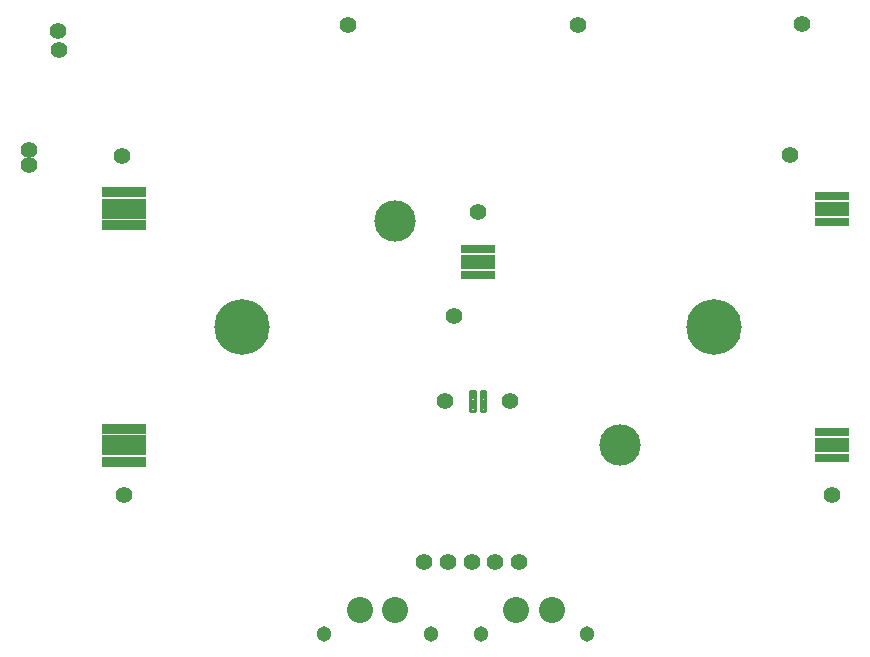
<source format=gbr>
G04 EAGLE Gerber RS-274X export*
G75*
%MOMM*%
%FSLAX34Y34*%
%LPD*%
%INSoldermask Top*%
%IPPOS*%
%AMOC8*
5,1,8,0,0,1.08239X$1,22.5*%
G01*
%ADD10C,4.703200*%
%ADD11C,3.503200*%
%ADD12C,0.293938*%
%ADD13R,3.703200X1.703200*%
%ADD14R,3.703200X0.903200*%
%ADD15R,2.903200X1.203200*%
%ADD16R,2.903200X0.703200*%
%ADD17R,3.003200X1.203200*%
%ADD18R,3.003200X0.753200*%
%ADD19C,2.203200*%
%ADD20C,1.303200*%
%ADD21C,1.412800*%


D10*
X200000Y200000D03*
X600000Y200000D03*
D11*
X330000Y290000D03*
X520000Y100000D03*
D12*
X406297Y145797D02*
X402703Y145797D01*
X406297Y145797D02*
X406297Y129203D01*
X402703Y129203D01*
X402703Y145797D01*
X402703Y131995D02*
X406297Y131995D01*
X406297Y134787D02*
X402703Y134787D01*
X402703Y137579D02*
X406297Y137579D01*
X406297Y140371D02*
X402703Y140371D01*
X402703Y143163D02*
X406297Y143163D01*
X397297Y145797D02*
X393703Y145797D01*
X397297Y145797D02*
X397297Y129203D01*
X393703Y129203D01*
X393703Y145797D01*
X393703Y131995D02*
X397297Y131995D01*
X397297Y134787D02*
X393703Y134787D01*
X393703Y137579D02*
X397297Y137579D01*
X397297Y140371D02*
X393703Y140371D01*
X393703Y143163D02*
X397297Y143163D01*
D13*
X100000Y300000D03*
D14*
X100000Y314000D03*
X100000Y286000D03*
D13*
X100000Y100000D03*
D14*
X100000Y114000D03*
X100000Y86000D03*
D15*
X700000Y300000D03*
D16*
X700000Y311000D03*
X700000Y289000D03*
D15*
X700000Y100000D03*
D16*
X700000Y111000D03*
X700000Y89000D03*
D17*
X400000Y255000D03*
D18*
X400000Y243750D03*
X400000Y266250D03*
D19*
X330000Y-40000D03*
X300000Y-40000D03*
D20*
X270000Y-59600D03*
X360000Y-59600D03*
D19*
X462500Y-40000D03*
X432500Y-40000D03*
D20*
X402500Y-59600D03*
X492500Y-59600D03*
D21*
X45152Y434500D03*
X289752Y455400D03*
X484452Y455700D03*
X674152Y456800D03*
X44752Y450700D03*
X354752Y700D03*
X374752Y700D03*
X394752Y700D03*
X414752Y700D03*
X434752Y700D03*
X20000Y350000D03*
X20000Y337500D03*
X372500Y137500D03*
X427500Y137500D03*
X98300Y345000D03*
X100000Y57500D03*
X664500Y345500D03*
X700000Y57500D03*
X379600Y209300D03*
X400000Y297500D03*
M02*

</source>
